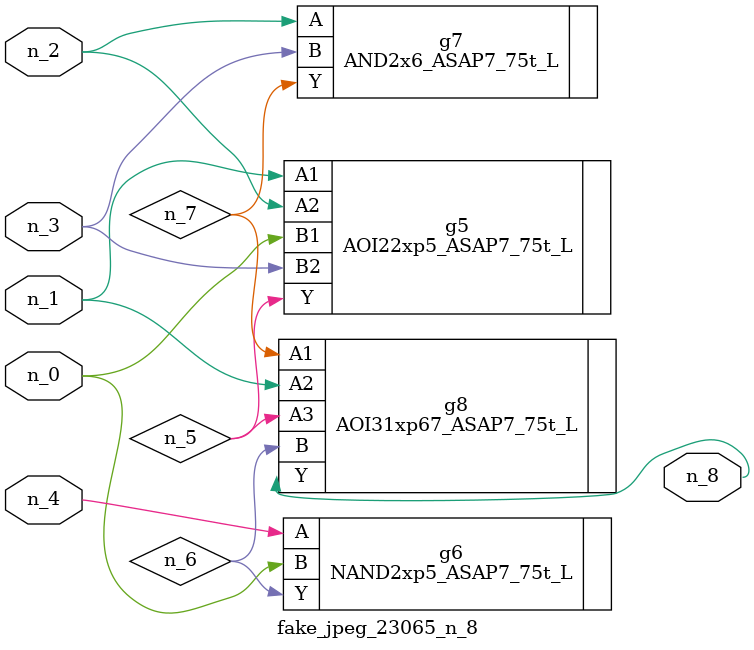
<source format=v>
module fake_jpeg_23065_n_8 (n_3, n_2, n_1, n_0, n_4, n_8);

input n_3;
input n_2;
input n_1;
input n_0;
input n_4;

output n_8;

wire n_6;
wire n_5;
wire n_7;

AOI22xp5_ASAP7_75t_L g5 ( 
.A1(n_1),
.A2(n_2),
.B1(n_0),
.B2(n_3),
.Y(n_5)
);

NAND2xp5_ASAP7_75t_L g6 ( 
.A(n_4),
.B(n_0),
.Y(n_6)
);

AND2x6_ASAP7_75t_L g7 ( 
.A(n_2),
.B(n_3),
.Y(n_7)
);

AOI31xp67_ASAP7_75t_L g8 ( 
.A1(n_7),
.A2(n_1),
.A3(n_5),
.B(n_6),
.Y(n_8)
);


endmodule
</source>
